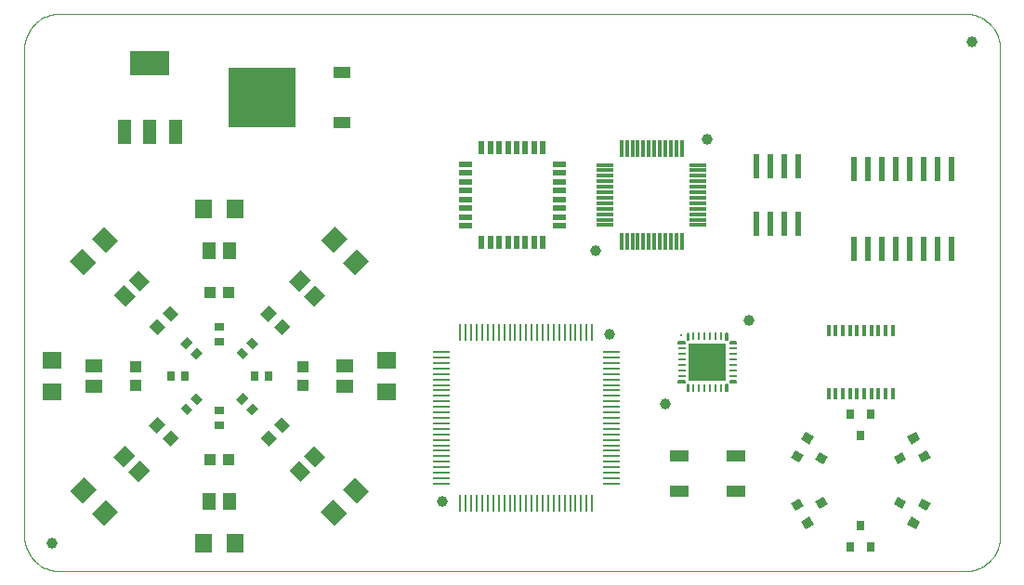
<source format=gtl>
G75*
%MOIN*%
%OFA0B0*%
%FSLAX24Y24*%
%IPPOS*%
%LPD*%
%AMOC8*
5,1,8,0,0,1.08239X$1,22.5*
%
%ADD10C,0.0000*%
%ADD11C,0.0055*%
%ADD12R,0.0276X0.0110*%
%ADD13R,0.0110X0.0276*%
%ADD14R,0.1378X0.1378*%
%ADD15R,0.0098X0.0098*%
%ADD16R,0.0480X0.0880*%
%ADD17R,0.1417X0.0866*%
%ADD18R,0.0630X0.0394*%
%ADD19R,0.2441X0.2126*%
%ADD20R,0.0236X0.0866*%
%ADD21R,0.0120X0.0390*%
%ADD22R,0.0106X0.0591*%
%ADD23R,0.0591X0.0106*%
%ADD24R,0.0354X0.0276*%
%ADD25R,0.0276X0.0354*%
%ADD26R,0.0394X0.0433*%
%ADD27R,0.0433X0.0394*%
%ADD28R,0.0512X0.0591*%
%ADD29R,0.0591X0.0512*%
%ADD30R,0.0315X0.0354*%
%ADD31R,0.0650X0.0394*%
%ADD32R,0.0630X0.0710*%
%ADD33R,0.0710X0.0630*%
%ADD34R,0.0500X0.0220*%
%ADD35R,0.0220X0.0500*%
%ADD36R,0.0591X0.0118*%
%ADD37R,0.0118X0.0591*%
%ADD38C,0.0394*%
D10*
X001350Y000100D02*
X033850Y000100D01*
X033918Y000102D01*
X033985Y000107D01*
X034052Y000116D01*
X034119Y000129D01*
X034184Y000146D01*
X034249Y000165D01*
X034313Y000189D01*
X034375Y000216D01*
X034436Y000246D01*
X034494Y000279D01*
X034551Y000315D01*
X034606Y000355D01*
X034659Y000397D01*
X034710Y000443D01*
X034757Y000490D01*
X034803Y000541D01*
X034845Y000594D01*
X034885Y000649D01*
X034921Y000706D01*
X034954Y000764D01*
X034984Y000825D01*
X035011Y000887D01*
X035035Y000951D01*
X035054Y001016D01*
X035071Y001081D01*
X035084Y001148D01*
X035093Y001215D01*
X035098Y001282D01*
X035100Y001350D01*
X035100Y018850D01*
X035098Y018918D01*
X035093Y018985D01*
X035084Y019052D01*
X035071Y019119D01*
X035054Y019184D01*
X035035Y019249D01*
X035011Y019313D01*
X034984Y019375D01*
X034954Y019436D01*
X034921Y019494D01*
X034885Y019551D01*
X034845Y019606D01*
X034803Y019659D01*
X034757Y019710D01*
X034710Y019757D01*
X034659Y019803D01*
X034606Y019845D01*
X034551Y019885D01*
X034494Y019921D01*
X034436Y019954D01*
X034375Y019984D01*
X034313Y020011D01*
X034249Y020035D01*
X034184Y020054D01*
X034119Y020071D01*
X034052Y020084D01*
X033985Y020093D01*
X033918Y020098D01*
X033850Y020100D01*
X001350Y020100D01*
X001282Y020098D01*
X001215Y020093D01*
X001148Y020084D01*
X001081Y020071D01*
X001016Y020054D01*
X000951Y020035D01*
X000887Y020011D01*
X000825Y019984D01*
X000764Y019954D01*
X000706Y019921D01*
X000649Y019885D01*
X000594Y019845D01*
X000541Y019803D01*
X000490Y019757D01*
X000443Y019710D01*
X000397Y019659D01*
X000355Y019606D01*
X000315Y019551D01*
X000279Y019494D01*
X000246Y019436D01*
X000216Y019375D01*
X000189Y019313D01*
X000165Y019249D01*
X000146Y019184D01*
X000129Y019119D01*
X000116Y019052D01*
X000107Y018985D01*
X000102Y018918D01*
X000100Y018850D01*
X000100Y001350D01*
X000102Y001282D01*
X000107Y001215D01*
X000116Y001148D01*
X000129Y001081D01*
X000146Y001016D01*
X000165Y000951D01*
X000189Y000887D01*
X000216Y000825D01*
X000246Y000764D01*
X000279Y000706D01*
X000315Y000649D01*
X000355Y000594D01*
X000397Y000541D01*
X000443Y000490D01*
X000490Y000443D01*
X000541Y000397D01*
X000594Y000355D01*
X000649Y000315D01*
X000706Y000279D01*
X000764Y000246D01*
X000825Y000216D01*
X000887Y000189D01*
X000951Y000165D01*
X001016Y000146D01*
X001081Y000129D01*
X001148Y000116D01*
X001215Y000107D01*
X001282Y000102D01*
X001350Y000100D01*
D11*
X023564Y006883D02*
X023786Y006883D01*
X023564Y006883D02*
X023564Y006939D01*
X023786Y006939D01*
X023786Y006883D01*
X023786Y006937D02*
X023564Y006937D01*
X023883Y006564D02*
X023939Y006564D01*
X023883Y006564D02*
X023883Y006786D01*
X023939Y006786D01*
X023939Y006564D01*
X023939Y006618D02*
X023883Y006618D01*
X023883Y006672D02*
X023939Y006672D01*
X023939Y006726D02*
X023883Y006726D01*
X023883Y006780D02*
X023939Y006780D01*
X025261Y006564D02*
X025317Y006564D01*
X025261Y006564D02*
X025261Y006786D01*
X025317Y006786D01*
X025317Y006564D01*
X025317Y006618D02*
X025261Y006618D01*
X025261Y006672D02*
X025317Y006672D01*
X025317Y006726D02*
X025261Y006726D01*
X025261Y006780D02*
X025317Y006780D01*
X025414Y006883D02*
X025636Y006883D01*
X025414Y006883D02*
X025414Y006939D01*
X025636Y006939D01*
X025636Y006883D01*
X025636Y006937D02*
X025414Y006937D01*
X025414Y008261D02*
X025636Y008261D01*
X025414Y008261D02*
X025414Y008317D01*
X025636Y008317D01*
X025636Y008261D01*
X025636Y008315D02*
X025414Y008315D01*
X025317Y008414D02*
X025261Y008414D01*
X025261Y008636D01*
X025317Y008636D01*
X025317Y008414D01*
X025317Y008468D02*
X025261Y008468D01*
X025261Y008522D02*
X025317Y008522D01*
X025317Y008576D02*
X025261Y008576D01*
X025261Y008630D02*
X025317Y008630D01*
X023939Y008414D02*
X023883Y008414D01*
X023883Y008636D01*
X023939Y008636D01*
X023939Y008414D01*
X023939Y008468D02*
X023883Y008468D01*
X023883Y008522D02*
X023939Y008522D01*
X023939Y008576D02*
X023883Y008576D01*
X023883Y008630D02*
X023939Y008630D01*
X023786Y008261D02*
X023564Y008261D01*
X023564Y008317D01*
X023786Y008317D01*
X023786Y008261D01*
X023786Y008315D02*
X023564Y008315D01*
D12*
X023675Y008092D03*
X023675Y007895D03*
X023675Y007698D03*
X023675Y007502D03*
X023675Y007305D03*
X023675Y007108D03*
X025525Y007108D03*
X025525Y007305D03*
X025525Y007502D03*
X025525Y007698D03*
X025525Y007895D03*
X025525Y008092D03*
D13*
X025092Y008525D03*
X024895Y008525D03*
X024698Y008525D03*
X024502Y008525D03*
X024305Y008525D03*
X024108Y008525D03*
X024108Y006675D03*
X024305Y006675D03*
X024502Y006675D03*
X024698Y006675D03*
X024895Y006675D03*
X025092Y006675D03*
D14*
X024600Y007600D03*
D15*
X023649Y008551D03*
D16*
X005510Y015880D03*
X004600Y015880D03*
X003690Y015880D03*
D17*
X004600Y018320D03*
D18*
X011490Y017998D03*
X011490Y016202D03*
D19*
X008616Y017100D03*
D20*
X026350Y014624D03*
X026850Y014624D03*
X027350Y014624D03*
X027850Y014624D03*
X029850Y014517D03*
X030350Y014517D03*
X030850Y014517D03*
X031350Y014517D03*
X031850Y014517D03*
X032350Y014517D03*
X032850Y014517D03*
X033350Y014517D03*
X033350Y011683D03*
X032850Y011683D03*
X032350Y011683D03*
X031850Y011683D03*
X031350Y011683D03*
X030850Y011683D03*
X030350Y011683D03*
X029850Y011683D03*
X027850Y012576D03*
X027350Y012576D03*
X026850Y012576D03*
X026350Y012576D03*
D21*
X028948Y008749D03*
X029204Y008749D03*
X029460Y008749D03*
X029716Y008749D03*
X029972Y008749D03*
X030228Y008749D03*
X030484Y008749D03*
X030740Y008749D03*
X030996Y008749D03*
X031252Y008749D03*
X031252Y006451D03*
X030996Y006451D03*
X030740Y006451D03*
X030484Y006451D03*
X030228Y006451D03*
X029972Y006451D03*
X029716Y006451D03*
X029460Y006451D03*
X029204Y006451D03*
X028948Y006451D03*
D22*
X020462Y008651D03*
X020265Y008651D03*
X020069Y008651D03*
X019872Y008651D03*
X019675Y008651D03*
X019478Y008651D03*
X019281Y008651D03*
X019084Y008651D03*
X018887Y008651D03*
X018691Y008651D03*
X018494Y008651D03*
X018297Y008651D03*
X018100Y008651D03*
X017903Y008651D03*
X017706Y008651D03*
X017509Y008651D03*
X017313Y008651D03*
X017116Y008651D03*
X016919Y008651D03*
X016722Y008651D03*
X016525Y008651D03*
X016328Y008651D03*
X016131Y008651D03*
X015935Y008651D03*
X015738Y008651D03*
X015738Y002549D03*
X015935Y002549D03*
X016131Y002549D03*
X016328Y002549D03*
X016525Y002549D03*
X016722Y002549D03*
X016919Y002549D03*
X017116Y002549D03*
X017313Y002549D03*
X017509Y002549D03*
X017706Y002549D03*
X017903Y002549D03*
X018100Y002549D03*
X018297Y002549D03*
X018494Y002549D03*
X018691Y002549D03*
X018887Y002549D03*
X019084Y002549D03*
X019281Y002549D03*
X019478Y002549D03*
X019675Y002549D03*
X019872Y002549D03*
X020069Y002549D03*
X020265Y002549D03*
X020462Y002549D03*
D23*
X021151Y003238D03*
X021151Y003435D03*
X021151Y003631D03*
X021151Y003828D03*
X021151Y004025D03*
X021151Y004222D03*
X021151Y004419D03*
X021151Y004616D03*
X021151Y004813D03*
X021151Y005009D03*
X021151Y005206D03*
X021151Y005403D03*
X021151Y005600D03*
X021151Y005797D03*
X021151Y005994D03*
X021151Y006191D03*
X021151Y006387D03*
X021151Y006584D03*
X021151Y006781D03*
X021151Y006978D03*
X021151Y007175D03*
X021151Y007372D03*
X021151Y007569D03*
X021151Y007765D03*
X021151Y007962D03*
X015049Y007962D03*
X015049Y007765D03*
X015049Y007569D03*
X015049Y007372D03*
X015049Y007175D03*
X015049Y006978D03*
X015049Y006781D03*
X015049Y006584D03*
X015049Y006387D03*
X015049Y006191D03*
X015049Y005994D03*
X015049Y005797D03*
X015049Y005600D03*
X015049Y005403D03*
X015049Y005206D03*
X015049Y005009D03*
X015049Y004813D03*
X015049Y004616D03*
X015049Y004419D03*
X015049Y004222D03*
X015049Y004025D03*
X015049Y003828D03*
X015049Y003631D03*
X015049Y003435D03*
X015049Y003238D03*
D24*
X007100Y005344D03*
X007100Y005856D03*
X007100Y008344D03*
X007100Y008856D03*
D25*
G36*
X008503Y008254D02*
X008308Y008059D01*
X008059Y008308D01*
X008254Y008503D01*
X008503Y008254D01*
G37*
G36*
X008141Y007892D02*
X007946Y007697D01*
X007697Y007946D01*
X007892Y008141D01*
X008141Y007892D01*
G37*
X008344Y007100D03*
X008856Y007100D03*
G36*
X007946Y006503D02*
X008141Y006308D01*
X007892Y006059D01*
X007697Y006254D01*
X007946Y006503D01*
G37*
G36*
X008308Y006141D02*
X008503Y005946D01*
X008254Y005697D01*
X008059Y005892D01*
X008308Y006141D01*
G37*
G36*
X006503Y006254D02*
X006308Y006059D01*
X006059Y006308D01*
X006254Y006503D01*
X006503Y006254D01*
G37*
G36*
X006141Y005892D02*
X005946Y005697D01*
X005697Y005946D01*
X005892Y006141D01*
X006141Y005892D01*
G37*
X005856Y007100D03*
X005344Y007100D03*
G36*
X006308Y008141D02*
X006503Y007946D01*
X006254Y007697D01*
X006059Y007892D01*
X006308Y008141D01*
G37*
G36*
X005946Y008503D02*
X006141Y008308D01*
X005892Y008059D01*
X005697Y008254D01*
X005946Y008503D01*
G37*
D26*
G36*
X005155Y008850D02*
X004876Y008571D01*
X004571Y008876D01*
X004850Y009155D01*
X005155Y008850D01*
G37*
G36*
X005629Y009324D02*
X005350Y009045D01*
X005045Y009350D01*
X005324Y009629D01*
X005629Y009324D01*
G37*
X006765Y010100D03*
X007435Y010100D03*
G36*
X008876Y009629D02*
X009155Y009350D01*
X008850Y009045D01*
X008571Y009324D01*
X008876Y009629D01*
G37*
G36*
X009350Y009155D02*
X009629Y008876D01*
X009324Y008571D01*
X009045Y008850D01*
X009350Y009155D01*
G37*
G36*
X009045Y005350D02*
X009324Y005629D01*
X009629Y005324D01*
X009350Y005045D01*
X009045Y005350D01*
G37*
G36*
X008571Y004876D02*
X008850Y005155D01*
X009155Y004850D01*
X008876Y004571D01*
X008571Y004876D01*
G37*
X007435Y004100D03*
X006765Y004100D03*
G36*
X005324Y004571D02*
X005045Y004850D01*
X005350Y005155D01*
X005629Y004876D01*
X005324Y004571D01*
G37*
G36*
X004850Y005045D02*
X004571Y005324D01*
X004876Y005629D01*
X005155Y005350D01*
X004850Y005045D01*
G37*
D27*
X004100Y006765D03*
X004100Y007435D03*
X010100Y007435D03*
X010100Y006765D03*
D28*
G36*
X010122Y004245D02*
X010484Y004607D01*
X010900Y004191D01*
X010538Y003829D01*
X010122Y004245D01*
G37*
G36*
X009593Y003716D02*
X009955Y004078D01*
X010371Y003662D01*
X010009Y003300D01*
X009593Y003716D01*
G37*
X007474Y002600D03*
X006726Y002600D03*
G36*
X004245Y004078D02*
X004607Y003716D01*
X004191Y003300D01*
X003829Y003662D01*
X004245Y004078D01*
G37*
G36*
X003716Y004607D02*
X004078Y004245D01*
X003662Y003829D01*
X003300Y004191D01*
X003716Y004607D01*
G37*
G36*
X004078Y009955D02*
X003716Y009593D01*
X003300Y010009D01*
X003662Y010371D01*
X004078Y009955D01*
G37*
G36*
X004607Y010484D02*
X004245Y010122D01*
X003829Y010538D01*
X004191Y010900D01*
X004607Y010484D01*
G37*
X006726Y011600D03*
X007474Y011600D03*
G36*
X009955Y010122D02*
X009593Y010484D01*
X010009Y010900D01*
X010371Y010538D01*
X009955Y010122D01*
G37*
G36*
X010484Y009593D02*
X010122Y009955D01*
X010538Y010371D01*
X010900Y010009D01*
X010484Y009593D01*
G37*
D29*
X011600Y007474D03*
X011600Y006726D03*
X002600Y006726D03*
X002600Y007474D03*
D30*
G36*
X027591Y004176D02*
X027748Y004447D01*
X028053Y004270D01*
X027896Y003999D01*
X027591Y004176D01*
G37*
G36*
X028460Y004106D02*
X028617Y004377D01*
X028922Y004200D01*
X028765Y003929D01*
X028460Y004106D01*
G37*
G36*
X027965Y004824D02*
X028122Y005095D01*
X028427Y004918D01*
X028270Y004647D01*
X027965Y004824D01*
G37*
X029726Y005744D03*
X030474Y005744D03*
X030100Y004956D03*
G36*
X031583Y004377D02*
X031740Y004106D01*
X031435Y003929D01*
X031278Y004200D01*
X031583Y004377D01*
G37*
G36*
X032452Y004447D02*
X032609Y004176D01*
X032304Y003999D01*
X032147Y004270D01*
X032452Y004447D01*
G37*
G36*
X032078Y005095D02*
X032235Y004824D01*
X031930Y004647D01*
X031773Y004918D01*
X032078Y005095D01*
G37*
G36*
X031740Y002594D02*
X031583Y002323D01*
X031278Y002500D01*
X031435Y002771D01*
X031740Y002594D01*
G37*
G36*
X032609Y002524D02*
X032452Y002253D01*
X032147Y002430D01*
X032304Y002701D01*
X032609Y002524D01*
G37*
G36*
X032235Y001876D02*
X032078Y001605D01*
X031773Y001782D01*
X031930Y002053D01*
X032235Y001876D01*
G37*
X030474Y000956D03*
X029726Y000956D03*
X030100Y001744D03*
G36*
X028617Y002323D02*
X028460Y002594D01*
X028765Y002771D01*
X028922Y002500D01*
X028617Y002323D01*
G37*
G36*
X028122Y001605D02*
X027965Y001876D01*
X028270Y002053D01*
X028427Y001782D01*
X028122Y001605D01*
G37*
G36*
X027748Y002253D02*
X027591Y002524D01*
X027896Y002701D01*
X028053Y002430D01*
X027748Y002253D01*
G37*
D31*
X025615Y002970D03*
X023585Y002970D03*
X023585Y004230D03*
X025615Y004230D03*
D32*
G36*
X011523Y003024D02*
X011968Y003469D01*
X012469Y002968D01*
X012024Y002523D01*
X011523Y003024D01*
G37*
G36*
X010731Y002232D02*
X011176Y002677D01*
X011677Y002176D01*
X011232Y001731D01*
X010731Y002232D01*
G37*
X007660Y001100D03*
X006540Y001100D03*
G36*
X002968Y001731D02*
X002523Y002176D01*
X003024Y002677D01*
X003469Y002232D01*
X002968Y001731D01*
G37*
G36*
X002176Y002523D02*
X001731Y002968D01*
X002232Y003469D01*
X002677Y003024D01*
X002176Y002523D01*
G37*
G36*
X002677Y011176D02*
X002232Y010731D01*
X001731Y011232D01*
X002176Y011677D01*
X002677Y011176D01*
G37*
G36*
X003469Y011968D02*
X003024Y011523D01*
X002523Y012024D01*
X002968Y012469D01*
X003469Y011968D01*
G37*
X006540Y013100D03*
X007660Y013100D03*
G36*
X011232Y012469D02*
X011677Y012024D01*
X011176Y011523D01*
X010731Y011968D01*
X011232Y012469D01*
G37*
G36*
X012024Y011677D02*
X012469Y011232D01*
X011968Y010731D01*
X011523Y011176D01*
X012024Y011677D01*
G37*
D33*
X013100Y007660D03*
X013100Y006540D03*
X001100Y006540D03*
X001100Y007660D03*
D34*
X015910Y012498D03*
X015910Y012813D03*
X015910Y013128D03*
X015910Y013443D03*
X015910Y013757D03*
X015910Y014072D03*
X015910Y014387D03*
X015910Y014702D03*
X019290Y014702D03*
X019290Y014387D03*
X019290Y014072D03*
X019290Y013757D03*
X019290Y013443D03*
X019290Y013128D03*
X019290Y012813D03*
X019290Y012498D03*
D35*
X018702Y011910D03*
X018387Y011910D03*
X018072Y011910D03*
X017757Y011910D03*
X017443Y011910D03*
X017128Y011910D03*
X016813Y011910D03*
X016498Y011910D03*
X016498Y015290D03*
X016813Y015290D03*
X017128Y015290D03*
X017443Y015290D03*
X017757Y015290D03*
X018072Y015290D03*
X018387Y015290D03*
X018702Y015290D03*
D36*
X020927Y014683D03*
X020927Y014486D03*
X020927Y014289D03*
X020927Y014092D03*
X020927Y013895D03*
X020927Y013698D03*
X020927Y013502D03*
X020927Y013305D03*
X020927Y013108D03*
X020927Y012911D03*
X020927Y012714D03*
X020927Y012517D03*
X024273Y012517D03*
X024273Y012714D03*
X024273Y012911D03*
X024273Y013108D03*
X024273Y013305D03*
X024273Y013502D03*
X024273Y013698D03*
X024273Y013895D03*
X024273Y014092D03*
X024273Y014289D03*
X024273Y014486D03*
X024273Y014683D03*
D37*
X023683Y015273D03*
X023486Y015273D03*
X023289Y015273D03*
X023092Y015273D03*
X022895Y015273D03*
X022698Y015273D03*
X022502Y015273D03*
X022305Y015273D03*
X022108Y015273D03*
X021911Y015273D03*
X021714Y015273D03*
X021517Y015273D03*
X021517Y011927D03*
X021714Y011927D03*
X021911Y011927D03*
X022108Y011927D03*
X022305Y011927D03*
X022502Y011927D03*
X022698Y011927D03*
X022895Y011927D03*
X023092Y011927D03*
X023289Y011927D03*
X023486Y011927D03*
X023683Y011927D03*
D38*
X020600Y011600D03*
X021100Y008600D03*
X023100Y006100D03*
X026100Y009100D03*
X024600Y015600D03*
X034100Y019100D03*
X015100Y002600D03*
X001100Y001100D03*
M02*

</source>
